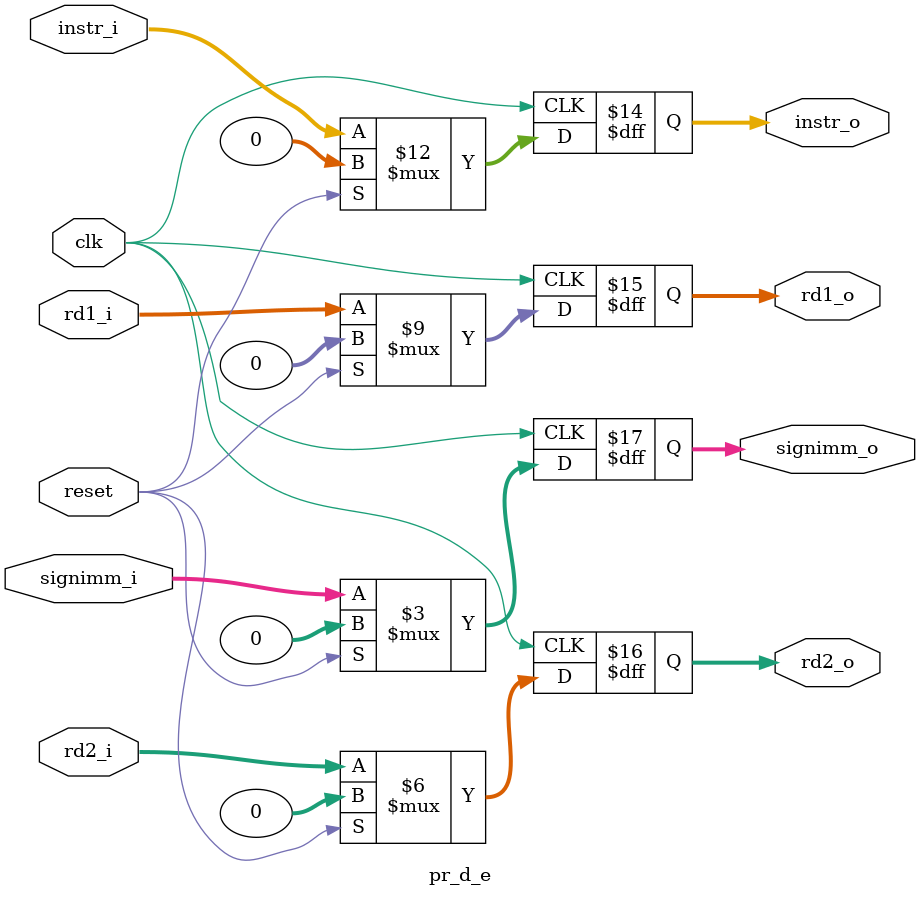
<source format=sv>
module pr_d_e(input logic clk, reset,
  input logic [31:0] instr_i,
  input logic [31:0] rd1_i, rd2_i,
  input logic [31:0] signimm_i,
  output logic [31:0] instr_o,
  output logic [31:0] rd1_o, rd2_o,
  output logic [31:0] signimm_o
  );

  always_ff @ (posedge clk)
  if (reset) begin
    instr_o <= 32'd0;
    rd1_o <= 0;
    rd2_o <= 0;
    signimm_o <= '0;
  end
  else begin
    instr_o <= instr_i;
    rd1_o <= rd1_i;
    rd2_o <= rd2_i;
    signimm_o <= signimm_i;
  end
endmodule: pr_d_e

</source>
